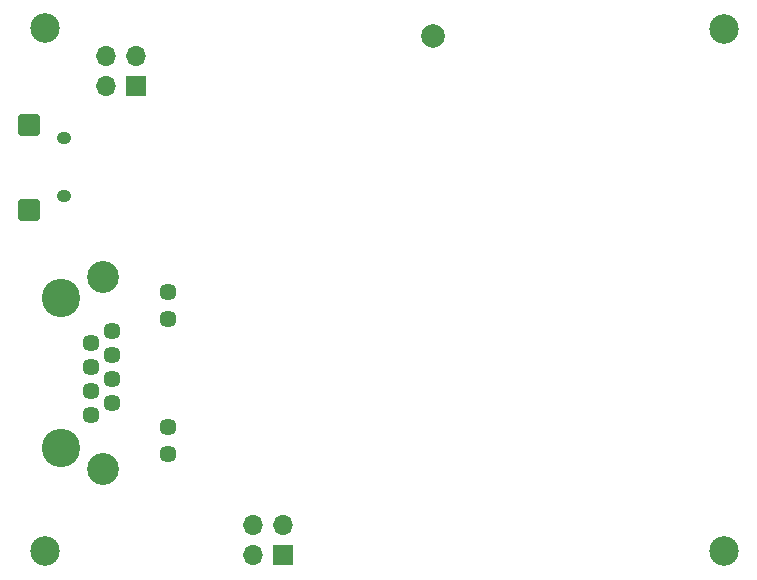
<source format=gbs>
G04 #@! TF.GenerationSoftware,KiCad,Pcbnew,7.0.9*
G04 #@! TF.CreationDate,2024-01-13T23:58:37+01:00*
G04 #@! TF.ProjectId,ithowifi_4l,6974686f-7769-4666-995f-346c2e6b6963,rev?*
G04 #@! TF.SameCoordinates,Original*
G04 #@! TF.FileFunction,Soldermask,Bot*
G04 #@! TF.FilePolarity,Negative*
%FSLAX46Y46*%
G04 Gerber Fmt 4.6, Leading zero omitted, Abs format (unit mm)*
G04 Created by KiCad (PCBNEW 7.0.9) date 2024-01-13 23:58:37*
%MOMM*%
%LPD*%
G01*
G04 APERTURE LIST*
G04 Aperture macros list*
%AMRoundRect*
0 Rectangle with rounded corners*
0 $1 Rounding radius*
0 $2 $3 $4 $5 $6 $7 $8 $9 X,Y pos of 4 corners*
0 Add a 4 corners polygon primitive as box body*
4,1,4,$2,$3,$4,$5,$6,$7,$8,$9,$2,$3,0*
0 Add four circle primitives for the rounded corners*
1,1,$1+$1,$2,$3*
1,1,$1+$1,$4,$5*
1,1,$1+$1,$6,$7*
1,1,$1+$1,$8,$9*
0 Add four rect primitives between the rounded corners*
20,1,$1+$1,$2,$3,$4,$5,0*
20,1,$1+$1,$4,$5,$6,$7,0*
20,1,$1+$1,$6,$7,$8,$9,0*
20,1,$1+$1,$8,$9,$2,$3,0*%
G04 Aperture macros list end*
%ADD10R,1.700000X1.700000*%
%ADD11O,1.700000X1.700000*%
%ADD12C,2.500000*%
%ADD13RoundRect,0.273000X-0.677000X0.637000X-0.677000X-0.637000X0.677000X-0.637000X0.677000X0.637000X0*%
%ADD14O,1.250000X1.050000*%
%ADD15C,3.250000*%
%ADD16C,1.446000*%
%ADD17C,2.700000*%
%ADD18C,2.000000*%
G04 APERTURE END LIST*
D10*
X75666600Y-154025600D03*
D11*
X73126600Y-154025600D03*
X75666600Y-151485600D03*
X73126600Y-151485600D03*
D12*
X55482000Y-109381000D03*
D13*
X54178200Y-117568000D03*
D14*
X57078200Y-118743000D03*
X57078200Y-123593000D03*
D13*
X54178200Y-124768000D03*
D12*
X113013000Y-109508000D03*
X113013000Y-153704000D03*
X55482000Y-153704000D03*
D15*
X56832500Y-132256500D03*
X56832500Y-144956500D03*
D16*
X59372500Y-142176500D03*
X61152500Y-141156500D03*
X59372500Y-140136500D03*
X61152500Y-139116500D03*
X59372500Y-138096500D03*
X61152500Y-137076500D03*
X59372500Y-136056500D03*
X61152500Y-135036500D03*
X65962500Y-145466500D03*
X65962500Y-143176500D03*
X65962500Y-134036500D03*
X65962500Y-131746500D03*
D17*
X60392500Y-130476500D03*
X60392500Y-146736500D03*
D10*
X63246000Y-114300000D03*
D11*
X60706000Y-114300000D03*
X63246000Y-111760000D03*
X60706000Y-111760000D03*
D18*
X88392000Y-110032800D03*
M02*

</source>
